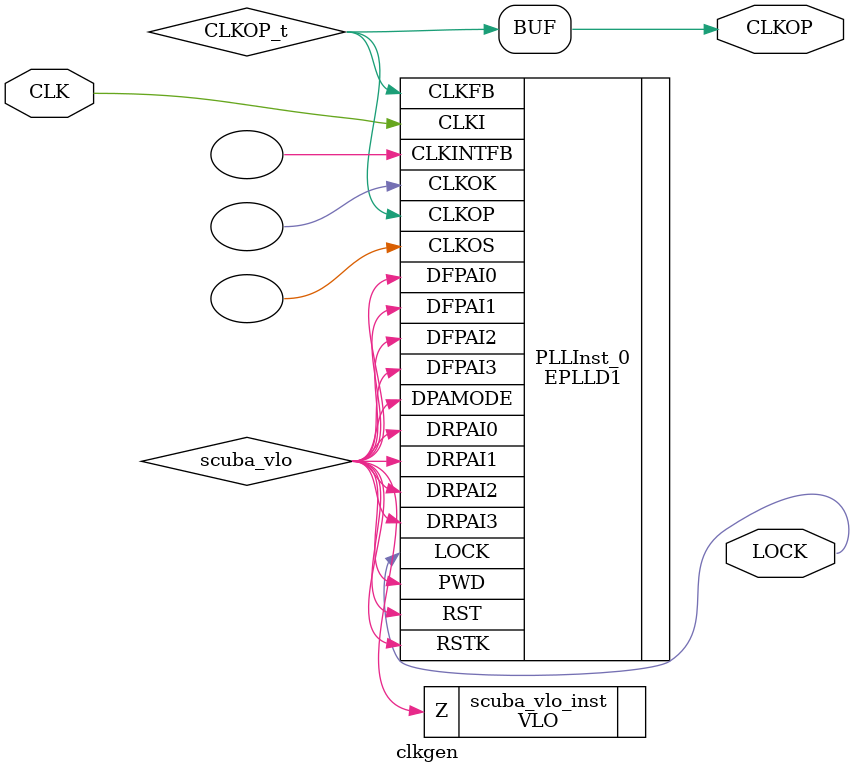
<source format=v>
/* Verilog netlist generated by SCUBA Diamond (64-bit) 3.11.3.469 */
/* Module Version: 5.7 */
/* C:\lscc\diamond\3.11_x64\ispfpga\bin\nt64\scuba.exe -w -n clkgen -lang verilog -synth synplify -arch mg5a00 -type pll -fin 50 -phase_cntl STATIC -fclkop 100 -fclkop_tol 0.0 -fb_mode CLOCKTREE -noclkos -noclkok -norst -noclkok2  */
/* Fri Nov 20 23:54:03 2020 */


`timescale 1 ns / 1 ps
module clkgen (CLK, CLKOP, LOCK)/* synthesis NGD_DRC_MASK=1 */;
    input wire CLK;
    output wire CLKOP;
    output wire LOCK;

    wire CLKOP_t;
    wire scuba_vlo;

    VLO scuba_vlo_inst (.Z(scuba_vlo));

    // synopsys translate_off
    defparam PLLInst_0.CLKOK_BYPASS = "DISABLED" ;
    defparam PLLInst_0.CLKOS_BYPASS = "DISABLED" ;
    defparam PLLInst_0.CLKOP_BYPASS = "DISABLED" ;
    defparam PLLInst_0.PHASE_CNTL = "STATIC" ;
    defparam PLLInst_0.DUTY = 8 ;
    defparam PLLInst_0.PHASEADJ = "0.0" ;
    defparam PLLInst_0.CLKOK_DIV = 2 ;
    defparam PLLInst_0.CLKOP_DIV = 8 ;
    defparam PLLInst_0.CLKFB_DIV = 2 ;
    defparam PLLInst_0.CLKI_DIV = 1 ;
    // synopsys translate_on
    EPLLD1 PLLInst_0 (.CLKI(CLK), .CLKFB(CLKOP_t), .RST(scuba_vlo), .RSTK(scuba_vlo), 
        .DPAMODE(scuba_vlo), .DRPAI3(scuba_vlo), .DRPAI2(scuba_vlo), .DRPAI1(scuba_vlo), 
        .DRPAI0(scuba_vlo), .DFPAI3(scuba_vlo), .DFPAI2(scuba_vlo), .DFPAI1(scuba_vlo), 
        .DFPAI0(scuba_vlo), .PWD(scuba_vlo), .CLKOP(CLKOP_t), .CLKOS(), 
        .CLKOK(), .LOCK(LOCK), .CLKINTFB())
             /* synthesis CLKOK_BYPASS="DISABLED" */
             /* synthesis CLKOS_BYPASS="DISABLED" */
             /* synthesis FREQUENCY_PIN_CLKOP="100.000000" */
             /* synthesis CLKOP_BYPASS="DISABLED" */
             /* synthesis PHASE_CNTL="STATIC" */
             /* synthesis DUTY="8" */
             /* synthesis PHASEADJ="0.0" */
             /* synthesis FREQUENCY_PIN_CLKI="50.000000" */
             /* synthesis CLKOK_DIV="2" */
             /* synthesis CLKOP_DIV="8" */
             /* synthesis CLKFB_DIV="2" */
             /* synthesis CLKI_DIV="1" */
             /* synthesis FIN="50.000000" */;

    assign CLKOP = CLKOP_t;


    // exemplar begin
    // exemplar attribute PLLInst_0 CLKOK_BYPASS DISABLED
    // exemplar attribute PLLInst_0 CLKOS_BYPASS DISABLED
    // exemplar attribute PLLInst_0 FREQUENCY_PIN_CLKOP 100.000000
    // exemplar attribute PLLInst_0 CLKOP_BYPASS DISABLED
    // exemplar attribute PLLInst_0 PHASE_CNTL STATIC
    // exemplar attribute PLLInst_0 DUTY 8
    // exemplar attribute PLLInst_0 PHASEADJ 0.0
    // exemplar attribute PLLInst_0 FREQUENCY_PIN_CLKI 50.000000
    // exemplar attribute PLLInst_0 CLKOK_DIV 2
    // exemplar attribute PLLInst_0 CLKOP_DIV 8
    // exemplar attribute PLLInst_0 CLKFB_DIV 2
    // exemplar attribute PLLInst_0 CLKI_DIV 1
    // exemplar attribute PLLInst_0 FIN 50.000000
    // exemplar end

endmodule

</source>
